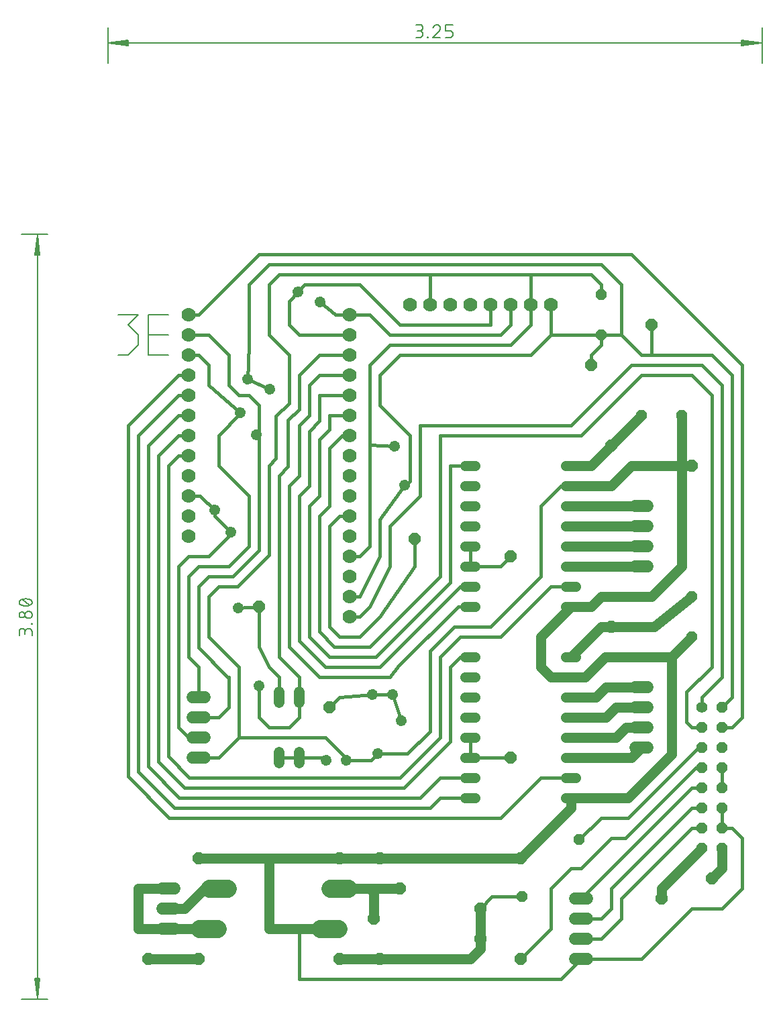
<source format=gbr>
G04 EAGLE Gerber RS-274X export*
G75*
%MOIN*%
%FSLAX34Y34*%
%LPD*%
%INTop Copper*%
%IPPOS*%
%AMOC8*
5,1,8,0,0,1.08239X$1,22.5*%
G01*
%ADD10C,0.005118*%
%ADD11C,0.006000*%
%ADD12C,0.060000*%
%ADD13C,0.051496*%
%ADD14C,0.070000*%
%ADD15P,0.056284X8X82.500000*%
%ADD16P,0.056284X8X97.500000*%
%ADD17P,0.056284X8X22.500000*%
%ADD18P,0.056284X8X292.500000*%
%ADD19P,0.056284X8X127.500000*%
%ADD20P,0.056284X8X112.500000*%
%ADD21P,0.064943X8X22.500000*%
%ADD22P,0.056284X8X257.500000*%
%ADD23P,0.056284X8X77.500000*%
%ADD24C,0.052000*%
%ADD25P,0.056284X8X307.500000*%
%ADD26P,0.056284X8X67.500000*%
%ADD27C,0.088500*%
%ADD28C,0.056000*%
%ADD29P,0.060614X8X292.500000*%
%ADD30C,0.016000*%
%ADD31C,0.050000*%


D10*
X0Y46500D02*
X0Y48268D01*
X32500Y48268D02*
X32500Y46500D01*
X32474Y47500D02*
X26Y47500D01*
X1024Y47626D01*
X1024Y47374D01*
X26Y47500D01*
X1024Y47551D01*
X1024Y47449D02*
X26Y47500D01*
X1024Y47602D01*
X1024Y47398D02*
X26Y47500D01*
X31476Y47626D02*
X32474Y47500D01*
X31476Y47626D02*
X31476Y47374D01*
X32474Y47500D01*
X31476Y47551D01*
X31476Y47449D02*
X32474Y47500D01*
X31476Y47602D01*
X31476Y47398D02*
X32474Y47500D01*
D11*
X15481Y47756D02*
X15303Y47756D01*
X15481Y47756D02*
X15506Y47758D01*
X15531Y47763D01*
X15555Y47772D01*
X15577Y47784D01*
X15598Y47799D01*
X15616Y47817D01*
X15631Y47838D01*
X15643Y47860D01*
X15652Y47884D01*
X15657Y47909D01*
X15659Y47934D01*
X15657Y47959D01*
X15652Y47984D01*
X15643Y48008D01*
X15631Y48030D01*
X15616Y48051D01*
X15598Y48069D01*
X15577Y48084D01*
X15555Y48096D01*
X15531Y48105D01*
X15506Y48110D01*
X15481Y48112D01*
X15516Y48396D02*
X15303Y48396D01*
X15516Y48396D02*
X15538Y48394D01*
X15560Y48389D01*
X15580Y48381D01*
X15599Y48369D01*
X15616Y48354D01*
X15631Y48337D01*
X15643Y48318D01*
X15651Y48298D01*
X15656Y48276D01*
X15658Y48254D01*
X15656Y48232D01*
X15651Y48210D01*
X15643Y48190D01*
X15631Y48171D01*
X15616Y48154D01*
X15599Y48139D01*
X15580Y48127D01*
X15560Y48119D01*
X15538Y48114D01*
X15516Y48112D01*
X15374Y48112D01*
X15894Y47792D02*
X15894Y47756D01*
X15894Y47792D02*
X15929Y47792D01*
X15929Y47756D01*
X15894Y47756D01*
X16520Y48236D02*
X16518Y48259D01*
X16514Y48281D01*
X16506Y48302D01*
X16495Y48323D01*
X16481Y48341D01*
X16465Y48357D01*
X16447Y48371D01*
X16426Y48382D01*
X16405Y48390D01*
X16383Y48394D01*
X16360Y48396D01*
X16360Y48397D02*
X16334Y48395D01*
X16309Y48391D01*
X16284Y48383D01*
X16261Y48371D01*
X16239Y48358D01*
X16219Y48341D01*
X16201Y48322D01*
X16186Y48301D01*
X16174Y48279D01*
X16164Y48254D01*
X16467Y48111D02*
X16482Y48129D01*
X16496Y48148D01*
X16506Y48168D01*
X16514Y48190D01*
X16518Y48213D01*
X16520Y48236D01*
X16467Y48112D02*
X16165Y47756D01*
X16520Y47756D01*
X16780Y47756D02*
X16993Y47756D01*
X17015Y47758D01*
X17037Y47763D01*
X17057Y47771D01*
X17076Y47783D01*
X17093Y47798D01*
X17108Y47815D01*
X17120Y47834D01*
X17128Y47854D01*
X17133Y47876D01*
X17135Y47898D01*
X17136Y47898D02*
X17136Y47970D01*
X17135Y47970D02*
X17133Y47992D01*
X17128Y48014D01*
X17120Y48034D01*
X17108Y48053D01*
X17093Y48070D01*
X17076Y48085D01*
X17057Y48097D01*
X17037Y48105D01*
X17015Y48110D01*
X16993Y48112D01*
X16780Y48112D01*
X16780Y48396D01*
X17136Y48396D01*
D10*
X-3000Y0D02*
X-4268Y0D01*
X-4268Y38000D02*
X-3000Y38000D01*
X-3500Y37974D02*
X-3500Y26D01*
X-3626Y1024D01*
X-3374Y1024D01*
X-3500Y26D01*
X-3551Y1024D01*
X-3449Y1024D02*
X-3500Y26D01*
X-3602Y1024D01*
X-3398Y1024D02*
X-3500Y26D01*
X-3626Y36976D02*
X-3500Y37974D01*
X-3626Y36976D02*
X-3374Y36976D01*
X-3500Y37974D01*
X-3551Y36976D01*
X-3449Y36976D02*
X-3500Y37974D01*
X-3602Y36976D01*
X-3398Y36976D02*
X-3500Y37974D01*
D11*
X-3756Y18231D02*
X-3756Y18053D01*
X-3756Y18231D02*
X-3758Y18256D01*
X-3763Y18281D01*
X-3772Y18305D01*
X-3784Y18327D01*
X-3799Y18348D01*
X-3817Y18366D01*
X-3838Y18381D01*
X-3860Y18393D01*
X-3884Y18402D01*
X-3909Y18407D01*
X-3934Y18409D01*
X-3959Y18407D01*
X-3984Y18402D01*
X-4008Y18393D01*
X-4030Y18381D01*
X-4051Y18366D01*
X-4069Y18348D01*
X-4084Y18327D01*
X-4096Y18305D01*
X-4105Y18281D01*
X-4110Y18256D01*
X-4112Y18231D01*
X-4396Y18266D02*
X-4396Y18053D01*
X-4396Y18266D02*
X-4394Y18288D01*
X-4389Y18310D01*
X-4381Y18330D01*
X-4369Y18349D01*
X-4354Y18366D01*
X-4337Y18381D01*
X-4318Y18393D01*
X-4298Y18401D01*
X-4276Y18406D01*
X-4254Y18408D01*
X-4232Y18406D01*
X-4210Y18401D01*
X-4190Y18393D01*
X-4171Y18381D01*
X-4154Y18366D01*
X-4139Y18349D01*
X-4127Y18330D01*
X-4119Y18310D01*
X-4114Y18288D01*
X-4112Y18266D01*
X-4112Y18124D01*
X-3792Y18644D02*
X-3756Y18644D01*
X-3792Y18644D02*
X-3792Y18679D01*
X-3756Y18679D01*
X-3756Y18644D01*
X-3934Y18914D02*
X-3959Y18916D01*
X-3984Y18921D01*
X-4008Y18930D01*
X-4030Y18942D01*
X-4051Y18957D01*
X-4069Y18975D01*
X-4084Y18996D01*
X-4096Y19018D01*
X-4105Y19042D01*
X-4110Y19067D01*
X-4112Y19092D01*
X-4110Y19117D01*
X-4105Y19142D01*
X-4096Y19166D01*
X-4084Y19188D01*
X-4069Y19209D01*
X-4051Y19227D01*
X-4030Y19242D01*
X-4008Y19254D01*
X-3984Y19263D01*
X-3959Y19268D01*
X-3934Y19270D01*
X-3909Y19268D01*
X-3884Y19263D01*
X-3860Y19254D01*
X-3838Y19242D01*
X-3817Y19227D01*
X-3799Y19209D01*
X-3784Y19188D01*
X-3772Y19166D01*
X-3763Y19142D01*
X-3758Y19117D01*
X-3756Y19092D01*
X-3758Y19067D01*
X-3763Y19042D01*
X-3772Y19018D01*
X-3784Y18996D01*
X-3799Y18975D01*
X-3817Y18957D01*
X-3838Y18942D01*
X-3860Y18930D01*
X-3884Y18921D01*
X-3909Y18916D01*
X-3934Y18914D01*
X-4254Y18950D02*
X-4276Y18952D01*
X-4298Y18957D01*
X-4318Y18965D01*
X-4337Y18977D01*
X-4354Y18992D01*
X-4369Y19009D01*
X-4381Y19028D01*
X-4389Y19048D01*
X-4394Y19070D01*
X-4396Y19092D01*
X-4394Y19114D01*
X-4389Y19136D01*
X-4381Y19156D01*
X-4369Y19175D01*
X-4354Y19192D01*
X-4337Y19207D01*
X-4318Y19219D01*
X-4298Y19227D01*
X-4276Y19232D01*
X-4254Y19234D01*
X-4232Y19232D01*
X-4210Y19227D01*
X-4190Y19219D01*
X-4171Y19207D01*
X-4154Y19192D01*
X-4139Y19175D01*
X-4127Y19156D01*
X-4119Y19136D01*
X-4114Y19114D01*
X-4112Y19092D01*
X-4114Y19070D01*
X-4119Y19048D01*
X-4127Y19028D01*
X-4139Y19009D01*
X-4154Y18992D01*
X-4171Y18977D01*
X-4190Y18965D01*
X-4210Y18957D01*
X-4232Y18952D01*
X-4254Y18950D01*
X-4076Y19530D02*
X-4116Y19532D01*
X-4155Y19536D01*
X-4195Y19543D01*
X-4233Y19554D01*
X-4270Y19567D01*
X-4307Y19583D01*
X-4308Y19583D02*
X-4327Y19591D01*
X-4344Y19602D01*
X-4359Y19616D01*
X-4372Y19631D01*
X-4383Y19649D01*
X-4391Y19668D01*
X-4395Y19688D01*
X-4397Y19708D01*
X-4395Y19728D01*
X-4391Y19748D01*
X-4383Y19767D01*
X-4372Y19785D01*
X-4359Y19800D01*
X-4344Y19814D01*
X-4327Y19825D01*
X-4308Y19833D01*
X-4307Y19832D02*
X-4270Y19848D01*
X-4233Y19861D01*
X-4195Y19872D01*
X-4155Y19879D01*
X-4116Y19883D01*
X-4076Y19885D01*
X-4076Y19530D02*
X-4036Y19532D01*
X-3997Y19536D01*
X-3958Y19543D01*
X-3919Y19554D01*
X-3882Y19567D01*
X-3845Y19583D01*
X-3826Y19591D01*
X-3809Y19602D01*
X-3794Y19616D01*
X-3781Y19631D01*
X-3770Y19649D01*
X-3762Y19668D01*
X-3758Y19688D01*
X-3756Y19708D01*
X-3845Y19832D02*
X-3882Y19848D01*
X-3919Y19861D01*
X-3958Y19872D01*
X-3997Y19879D01*
X-4036Y19883D01*
X-4076Y19885D01*
X-3845Y19833D02*
X-3826Y19825D01*
X-3809Y19814D01*
X-3794Y19800D01*
X-3781Y19785D01*
X-3770Y19767D01*
X-3762Y19748D01*
X-3758Y19728D01*
X-3756Y19708D01*
X-3898Y19566D02*
X-4254Y19850D01*
D12*
X4200Y15000D02*
X4800Y15000D01*
X4800Y14000D02*
X4200Y14000D01*
X4200Y13000D02*
X4800Y13000D01*
X4800Y12000D02*
X4200Y12000D01*
D13*
X17743Y26500D02*
X18257Y26500D01*
X18257Y25500D02*
X17743Y25500D01*
X17743Y24500D02*
X18257Y24500D01*
X18257Y23500D02*
X17743Y23500D01*
X17743Y22500D02*
X18257Y22500D01*
X18257Y21500D02*
X17743Y21500D01*
X17743Y20500D02*
X18257Y20500D01*
X18257Y19500D02*
X17743Y19500D01*
X22743Y19500D02*
X23257Y19500D01*
X23257Y20500D02*
X22743Y20500D01*
X22743Y21500D02*
X23257Y21500D01*
X23257Y22500D02*
X22743Y22500D01*
X22743Y23500D02*
X23257Y23500D01*
X23257Y24500D02*
X22743Y24500D01*
X22743Y25500D02*
X23257Y25500D01*
X23257Y26500D02*
X22743Y26500D01*
X18257Y17000D02*
X17743Y17000D01*
X17743Y16000D02*
X18257Y16000D01*
X18257Y15000D02*
X17743Y15000D01*
X17743Y14000D02*
X18257Y14000D01*
X18257Y13000D02*
X17743Y13000D01*
X17743Y12000D02*
X18257Y12000D01*
X18257Y11000D02*
X17743Y11000D01*
X17743Y10000D02*
X18257Y10000D01*
X22743Y10000D02*
X23257Y10000D01*
X23257Y11000D02*
X22743Y11000D01*
X22743Y12000D02*
X23257Y12000D01*
X23257Y13000D02*
X22743Y13000D01*
X22743Y14000D02*
X23257Y14000D01*
X23257Y15000D02*
X22743Y15000D01*
X22743Y16000D02*
X23257Y16000D01*
X23257Y17000D02*
X22743Y17000D01*
D14*
X12000Y19000D03*
X12000Y20000D03*
X12000Y21000D03*
X12000Y22000D03*
X12000Y23000D03*
X12000Y24000D03*
X12000Y25000D03*
X12000Y26000D03*
X12000Y27000D03*
X12000Y28000D03*
X12000Y29000D03*
X12000Y30000D03*
X12000Y31000D03*
X12000Y32000D03*
X12000Y33000D03*
X12000Y34000D03*
X4000Y34000D03*
X4000Y33000D03*
X4000Y32000D03*
X4000Y31000D03*
X4000Y30000D03*
X4000Y29000D03*
X4000Y28000D03*
X4000Y27000D03*
X4000Y26000D03*
X4000Y25000D03*
X4000Y24000D03*
X4000Y23000D03*
D15*
X8050Y30285D03*
X10550Y34615D03*
X6950Y30785D03*
X9450Y35115D03*
D16*
X5303Y24285D03*
X6597Y29115D03*
X6103Y23185D03*
X7397Y28015D03*
D17*
X26500Y29000D03*
X28500Y29000D03*
D18*
X29000Y20000D03*
X29000Y18000D03*
D19*
X14759Y25534D03*
X14241Y27466D03*
D20*
X24500Y33000D03*
X24500Y35000D03*
D12*
X3300Y5500D02*
X2700Y5500D01*
X2700Y4500D02*
X3300Y4500D01*
X3300Y3500D02*
X2700Y3500D01*
X26200Y12500D02*
X26800Y12500D01*
X26800Y13500D02*
X26200Y13500D01*
X26200Y14500D02*
X26800Y14500D01*
X26800Y15500D02*
X26200Y15500D01*
D21*
X4500Y7000D03*
X4500Y2000D03*
X11500Y7000D03*
X11500Y2000D03*
X13500Y7000D03*
X13500Y2000D03*
X20500Y7000D03*
X20500Y2000D03*
D22*
X13147Y15138D03*
X10853Y11862D03*
D23*
X11853Y11862D03*
X14147Y15138D03*
X13426Y12181D03*
X14574Y13819D03*
D24*
X8500Y12260D02*
X8500Y11740D01*
X9500Y11740D02*
X9500Y12260D01*
X9500Y14740D02*
X9500Y15260D01*
X8500Y15260D02*
X8500Y14740D01*
D25*
X6482Y19432D03*
X7518Y15568D03*
D12*
X23200Y5000D02*
X23800Y5000D01*
X23800Y4000D02*
X23200Y4000D01*
X23200Y3000D02*
X23800Y3000D01*
X23800Y2000D02*
X23200Y2000D01*
X26200Y21500D02*
X26800Y21500D01*
X26800Y22500D02*
X26200Y22500D01*
X26200Y23500D02*
X26800Y23500D01*
X26800Y24500D02*
X26200Y24500D01*
D21*
X15250Y22850D03*
X11000Y14500D03*
X13200Y4000D03*
X7500Y19500D03*
X20000Y22000D03*
X20000Y12000D03*
X24000Y31500D03*
X27000Y33500D03*
D26*
X20586Y5086D03*
X23414Y7914D03*
D21*
X14500Y5500D03*
X30000Y6000D03*
X2000Y2000D03*
X27500Y5000D03*
X18500Y4500D03*
X18500Y3000D03*
X25000Y18500D03*
X25000Y27500D03*
X29000Y26500D03*
D27*
X11943Y5500D02*
X11058Y5500D01*
X5943Y5500D02*
X5058Y5500D01*
X5443Y3500D02*
X4558Y3500D01*
X10558Y3500D02*
X11443Y3500D01*
D28*
X29500Y14500D03*
D29*
X30500Y14500D03*
X29500Y13500D03*
X30500Y13500D03*
X29500Y12500D03*
X30500Y12500D03*
X29500Y11500D03*
X30500Y11500D03*
X29500Y10500D03*
X30500Y10500D03*
X29500Y9500D03*
X30500Y9500D03*
X29500Y8500D03*
X30500Y8500D03*
X29500Y7500D03*
X30500Y7500D03*
D14*
X19000Y34500D03*
X18000Y34500D03*
X20000Y34500D03*
X21000Y34500D03*
X22000Y34500D03*
X17000Y34500D03*
X16000Y34500D03*
X15000Y34500D03*
D30*
X4000Y30000D02*
X3500Y30000D01*
X1500Y28000D01*
X16500Y10000D02*
X18000Y10000D01*
X16500Y10000D02*
X16000Y9500D01*
X1500Y11300D02*
X1500Y28000D01*
X3300Y9500D02*
X16000Y9500D01*
X3300Y9500D02*
X1500Y11300D01*
X22000Y33000D02*
X24500Y33000D01*
X25500Y33000D01*
X25500Y35500D01*
X24500Y36500D02*
X8000Y36500D01*
X7000Y35500D02*
X7000Y32500D01*
X6950Y30785D02*
X6946Y30756D01*
X14500Y32000D02*
X21000Y32000D01*
X22000Y33000D01*
X15000Y28000D02*
X13500Y29500D01*
X15000Y28000D02*
X15000Y25729D01*
X14759Y25534D01*
X13500Y29500D02*
X13500Y31000D01*
X24500Y36500D02*
X25500Y35500D01*
X24500Y33000D02*
X24500Y32500D01*
X24000Y32000D01*
X24000Y31500D01*
X27000Y32000D02*
X27000Y33500D01*
X27000Y32000D02*
X26500Y32000D01*
X27000Y32000D02*
X30000Y32000D01*
X26500Y32000D02*
X25500Y33000D01*
X30000Y32000D02*
X31000Y31000D01*
X12500Y20000D02*
X12000Y20000D01*
X12500Y20000D02*
X13500Y22000D01*
X13500Y23819D01*
X14759Y25534D01*
X6946Y30756D02*
X7000Y32500D01*
X6950Y30785D02*
X8050Y30285D01*
X30500Y14500D02*
X31000Y15000D01*
X31000Y31000D01*
X8000Y36500D02*
X7000Y35500D01*
X13500Y31000D02*
X14500Y32000D01*
X22000Y33000D02*
X22000Y34500D01*
X13500Y16500D02*
X10800Y16500D01*
X9500Y17800D02*
X9500Y25000D01*
X9500Y17800D02*
X10800Y16500D01*
X17500Y20500D02*
X18000Y20500D01*
X17500Y20500D02*
X13500Y16500D01*
X12000Y30000D02*
X10525Y30000D01*
X10525Y28725D01*
X10000Y28200D01*
X10000Y25500D02*
X9500Y25000D01*
X10000Y25500D02*
X10000Y28200D01*
X4500Y34000D02*
X7500Y37000D01*
X4500Y34000D02*
X4000Y34000D01*
X7500Y37000D02*
X26000Y37000D01*
X31500Y31500D01*
X31500Y14000D02*
X31000Y13500D01*
X31500Y14000D02*
X31500Y31500D01*
X31000Y13500D02*
X30500Y13500D01*
X19500Y33000D02*
X14000Y33000D01*
X13000Y34000D01*
X12000Y34000D01*
X11300Y34000D01*
X10550Y34615D01*
X19500Y33000D02*
X20000Y33500D01*
X20000Y34500D01*
X19000Y33500D02*
X14500Y33500D01*
X12500Y35500D01*
X9796Y35500D01*
X9450Y35115D01*
X9000Y34665D01*
X9000Y33500D02*
X9500Y33000D01*
X12000Y33000D01*
X9000Y33500D02*
X9000Y34665D01*
X19000Y34500D02*
X19000Y33500D01*
X4500Y13000D02*
X4000Y13000D01*
X3500Y13500D02*
X3500Y21500D01*
X4000Y22000D02*
X5000Y22000D01*
X4000Y22000D02*
X3500Y21500D01*
X3500Y13500D02*
X4000Y13000D01*
X5303Y24285D02*
X4588Y25000D01*
X4000Y25000D01*
X5303Y24285D02*
X5303Y23985D01*
X6103Y23185D01*
X6103Y23103D02*
X5000Y22000D01*
X6103Y23103D02*
X6103Y23185D01*
X4500Y32000D02*
X4000Y32000D01*
X5000Y30496D02*
X6597Y29115D01*
X5000Y31500D02*
X4500Y32000D01*
X5000Y31500D02*
X5000Y30496D01*
X7000Y22500D02*
X6000Y21500D01*
X7000Y22500D02*
X7000Y25000D01*
X6000Y21500D02*
X4500Y21500D01*
X4000Y21000D02*
X4000Y17000D01*
X4500Y16500D01*
X4500Y15000D01*
X4000Y21000D02*
X4500Y21500D01*
X5500Y26500D02*
X5500Y28000D01*
X6597Y29097D01*
X6597Y29115D01*
X5500Y26500D02*
X7000Y25000D01*
X4000Y29000D02*
X3500Y29000D01*
X2000Y27500D01*
X16500Y11000D02*
X18000Y11000D01*
X16500Y11000D02*
X15500Y10000D01*
X3550Y10000D01*
X2000Y11550D02*
X2000Y27500D01*
X2000Y11550D02*
X3550Y10000D01*
X4000Y33000D02*
X5000Y33000D01*
X6000Y32000D01*
X7500Y22300D02*
X6200Y21000D01*
X6000Y30500D02*
X6000Y32000D01*
X6200Y21000D02*
X5000Y21000D01*
X4500Y20500D02*
X4500Y17450D01*
X4500Y14000D02*
X5500Y14000D01*
X6000Y14500D02*
X6000Y16000D01*
X5950Y16000D01*
X4500Y17450D01*
X4500Y20500D02*
X5000Y21000D01*
X6000Y14500D02*
X5500Y14000D01*
X7500Y28000D02*
X7485Y28015D01*
X7397Y28015D01*
X7500Y28000D02*
X7500Y22300D01*
X6500Y30000D02*
X6000Y30500D01*
X6500Y30000D02*
X7000Y30000D01*
X7500Y29500D01*
X7500Y28000D01*
X8500Y12000D02*
X9500Y12000D01*
X10853Y11862D02*
X10885Y12000D01*
X9500Y12000D01*
X15500Y28500D02*
X23000Y28500D01*
X26000Y31500D01*
X29500Y31500D01*
X30500Y30500D01*
X12500Y19000D02*
X12000Y19000D01*
X12500Y19000D02*
X13000Y19500D01*
X14000Y21500D01*
X14000Y23500D01*
X15500Y25000D02*
X15500Y28500D01*
X15500Y25000D02*
X14000Y23500D01*
X29500Y15000D02*
X30500Y16000D01*
X30500Y30500D01*
X29500Y15000D02*
X29500Y14500D01*
X9000Y17500D02*
X9000Y25500D01*
X9500Y28500D02*
X10000Y29000D01*
X9000Y17500D02*
X10500Y16000D01*
X17400Y19500D02*
X18000Y19500D01*
X17400Y19500D02*
X14450Y16550D01*
X14000Y16000D01*
X10500Y16000D01*
X10000Y29000D02*
X10000Y30500D01*
X10500Y31000D02*
X12000Y31000D01*
X9500Y26000D02*
X9000Y25500D01*
X9500Y26000D02*
X9500Y28500D01*
X10000Y30500D02*
X10500Y31000D01*
X18000Y22500D02*
X18000Y21500D01*
X19500Y21500D02*
X20000Y22000D01*
X19500Y21500D02*
X18000Y21500D01*
X18000Y13000D02*
X18000Y12000D01*
X20000Y12000D01*
D31*
X25750Y13500D02*
X26500Y13500D01*
X25750Y13500D02*
X25250Y13000D01*
X23000Y13000D01*
X26000Y12000D02*
X26500Y12500D01*
X26000Y12000D02*
X23000Y12000D01*
X23000Y24500D02*
X26500Y24500D01*
X26500Y23500D02*
X23000Y23500D01*
X23000Y22500D02*
X26500Y22500D01*
X26500Y21500D02*
X23000Y21500D01*
D30*
X23500Y4000D02*
X24500Y4000D01*
X25000Y4500D01*
X25000Y5500D01*
X29000Y9500D01*
X29500Y9500D01*
X24500Y3000D02*
X23500Y3000D01*
X24500Y3000D02*
X25500Y4000D01*
X25500Y5000D01*
X29000Y8500D01*
X29500Y8500D01*
D31*
X26500Y15500D02*
X24750Y15500D01*
X24250Y15000D01*
X23000Y15000D01*
X25250Y14500D02*
X26500Y14500D01*
X25250Y14500D02*
X24750Y14000D01*
X23000Y14000D01*
D30*
X12000Y32000D02*
X10500Y32000D01*
X9500Y31000D02*
X9500Y29300D01*
X8950Y28750D01*
X8500Y26000D02*
X8500Y17000D01*
X9500Y15000D02*
X9500Y14000D01*
X9500Y16000D02*
X8500Y17000D01*
X9500Y16000D02*
X9500Y15000D01*
X9500Y31000D02*
X10500Y32000D01*
X7518Y15568D02*
X7504Y14000D01*
X8000Y13500D02*
X9000Y13500D01*
X7504Y13996D02*
X7504Y14000D01*
X7504Y13996D02*
X8000Y13500D01*
X9000Y13500D02*
X9500Y14000D01*
X8950Y26450D02*
X8950Y28750D01*
X8950Y26450D02*
X8500Y26000D01*
X13147Y15138D02*
X14147Y15138D01*
X14574Y13819D01*
X11500Y15000D02*
X11000Y14500D01*
X11500Y15000D02*
X13147Y15138D01*
X11250Y17500D02*
X10500Y18250D01*
X11250Y17500D02*
X13000Y17500D01*
X16500Y28000D02*
X23500Y28000D01*
X16500Y21000D02*
X13000Y17500D01*
X28750Y13750D02*
X29000Y13500D01*
X28750Y13750D02*
X28750Y15250D01*
X16500Y21000D02*
X16500Y28000D01*
X28750Y15250D02*
X30000Y16500D01*
X23500Y28000D02*
X26500Y31000D01*
X29000Y31000D01*
X30000Y30000D01*
X30000Y16500D01*
X29500Y13500D02*
X29000Y13500D01*
X12000Y28000D02*
X11650Y28000D01*
X11000Y27350D01*
X10500Y24000D02*
X10500Y18250D01*
X10500Y24000D02*
X11000Y24500D01*
X11000Y27350D01*
X15250Y22850D02*
X15250Y21500D01*
X11500Y18000D02*
X11000Y18500D01*
X11500Y18000D02*
X12500Y18000D01*
X13500Y19000D01*
X15250Y21500D01*
X12000Y24000D02*
X11500Y24000D01*
X11000Y23500D01*
X11000Y18500D01*
X8000Y16500D02*
X7500Y17500D01*
X7500Y19500D01*
X6482Y19432D01*
X8500Y16000D02*
X8500Y15000D01*
X8500Y16000D02*
X8000Y16500D01*
X4000Y31000D02*
X3500Y31000D01*
X1000Y28500D01*
X19500Y9000D02*
X21500Y11000D01*
X23000Y11000D01*
X3050Y9000D02*
X1000Y11050D01*
X3050Y9000D02*
X19500Y9000D01*
X1000Y11050D02*
X1000Y28500D01*
X25700Y8000D02*
X29200Y11500D01*
X25000Y8000D02*
X23500Y6500D01*
X25000Y8000D02*
X25700Y8000D01*
X22000Y3500D02*
X20500Y2000D01*
X22000Y3500D02*
X22000Y5500D01*
X23000Y6500D02*
X23500Y6500D01*
X23000Y6500D02*
X22000Y5500D01*
X29200Y11500D02*
X29500Y11500D01*
X4000Y27000D02*
X3500Y27000D01*
X3000Y26500D01*
X3000Y12050D02*
X4050Y11000D01*
X16500Y17000D02*
X17500Y18000D01*
X19500Y18000D01*
X22000Y20500D01*
X14500Y11000D02*
X4050Y11000D01*
X16500Y13000D02*
X16500Y17000D01*
X16500Y13000D02*
X14500Y11000D01*
X3000Y12050D02*
X3000Y26500D01*
X22000Y20500D02*
X23000Y20500D01*
X4000Y28000D02*
X3500Y28000D01*
X2500Y27000D01*
X2500Y11800D01*
X3800Y10500D01*
X14700Y10500D01*
X17000Y12800D01*
X17000Y16500D01*
X17500Y17000D02*
X18000Y17000D01*
X17500Y17000D02*
X17000Y16500D01*
X13300Y17000D02*
X11000Y17000D01*
X13300Y17000D02*
X17000Y20700D01*
X11000Y17000D02*
X10000Y18000D01*
X17000Y26500D02*
X18000Y26500D01*
X17000Y26500D02*
X17000Y20700D01*
X10000Y18000D02*
X10000Y24500D01*
X10500Y27800D02*
X11000Y28300D01*
X10500Y27800D02*
X10500Y25000D01*
X10000Y24500D01*
X11000Y29000D02*
X12000Y29000D01*
X11000Y29000D02*
X11000Y28300D01*
D31*
X4500Y2000D02*
X2000Y2000D01*
X30000Y6000D02*
X30500Y6500D01*
X30500Y7500D01*
X27500Y5500D02*
X27500Y5000D01*
X27500Y5500D02*
X29500Y7500D01*
D30*
X30500Y10500D02*
X30500Y11500D01*
D31*
X13500Y2000D02*
X11500Y2000D01*
X18500Y3000D02*
X18500Y4500D01*
X18500Y3000D02*
X18500Y2500D01*
X18000Y2000D02*
X13500Y2000D01*
D30*
X18500Y4500D02*
X19086Y5086D01*
X20586Y5086D01*
D31*
X18500Y2500D02*
X18000Y2000D01*
X27154Y18500D02*
X29000Y20000D01*
X27154Y18500D02*
X25000Y18500D01*
X24500Y18500D02*
X23000Y17000D01*
X24500Y18500D02*
X25000Y18500D01*
X24000Y26500D02*
X23000Y26500D01*
X24000Y26500D02*
X25000Y27500D01*
X26500Y29000D01*
X3800Y4500D02*
X3000Y4500D01*
X4800Y5500D02*
X5500Y5500D01*
X4800Y5500D02*
X3800Y4500D01*
X1500Y5500D02*
X1500Y3500D01*
X3000Y3500D01*
X3000Y5500D02*
X1500Y5500D01*
X3000Y3500D02*
X5000Y3500D01*
X11500Y5500D02*
X13000Y5500D01*
X14500Y5500D01*
X13200Y5300D02*
X13200Y4000D01*
X13200Y5300D02*
X13000Y5500D01*
D30*
X23500Y5000D02*
X29000Y10500D01*
X29500Y10500D01*
X24500Y9000D02*
X23414Y7914D01*
X24500Y9000D02*
X25850Y9000D01*
X29350Y12500D01*
X29500Y12500D01*
X13426Y12181D02*
X13096Y11850D01*
X11865Y11850D01*
D31*
X22000Y16000D02*
X23000Y16000D01*
D30*
X19000Y18500D02*
X17200Y18500D01*
X16000Y17300D01*
X16000Y13300D01*
D31*
X21500Y16500D02*
X21500Y18000D01*
X28500Y21500D02*
X28500Y26500D01*
D30*
X24500Y35000D02*
X24500Y35500D01*
X20000Y32500D02*
X14000Y32500D01*
X13000Y31500D02*
X13000Y27523D01*
X24000Y36000D02*
X24500Y35500D01*
X24000Y36000D02*
X21000Y36000D01*
X16000Y36000D01*
X8500Y36000D01*
X8000Y35500D01*
X8000Y33000D01*
X9000Y32000D01*
X8000Y26500D02*
X8000Y22050D01*
X8350Y28950D02*
X9000Y29600D01*
X8000Y22050D02*
X6450Y20500D01*
D31*
X23000Y19500D02*
X24000Y19500D01*
D30*
X21500Y21000D02*
X19000Y18500D01*
X21500Y21000D02*
X21500Y24500D01*
D31*
X23000Y16000D02*
X23700Y16000D01*
D30*
X14241Y27466D02*
X13000Y27523D01*
D31*
X24500Y20000D02*
X27000Y20000D01*
X25000Y25500D02*
X23000Y25500D01*
X24700Y17000D02*
X23700Y16000D01*
X24000Y19500D02*
X24500Y20000D01*
X23000Y19500D02*
X21500Y18000D01*
D30*
X9500Y3500D02*
X9500Y1000D01*
X22500Y1000D01*
X23500Y2000D01*
X31000Y8500D02*
X31500Y8000D01*
X26500Y2000D02*
X23500Y2000D01*
X12500Y22000D02*
X12000Y22000D01*
X12500Y22000D02*
X13000Y22500D01*
X13000Y27523D01*
X9000Y29600D02*
X9000Y32000D01*
X5500Y12000D02*
X4500Y12000D01*
X5500Y20500D02*
X6450Y20500D01*
X5000Y20000D02*
X5000Y18000D01*
X6500Y16500D02*
X6500Y13000D01*
X29000Y4500D02*
X30500Y4500D01*
X31500Y5500D02*
X31500Y8000D01*
X29000Y4500D02*
X26500Y2000D01*
D31*
X8000Y3500D02*
X8000Y7000D01*
D30*
X6500Y13000D02*
X10800Y13000D01*
X6500Y13000D02*
X5500Y12000D01*
X6500Y16500D02*
X5000Y18000D01*
X5000Y20000D02*
X5500Y20500D01*
X10800Y13000D02*
X11853Y11947D01*
X22500Y25500D02*
X23000Y25500D01*
D31*
X28500Y26500D02*
X29000Y26500D01*
X28500Y21500D02*
X27000Y20000D01*
X28000Y17000D02*
X28000Y12150D01*
X28000Y17000D02*
X29000Y18000D01*
X28000Y17000D02*
X24700Y17000D01*
X25000Y25500D02*
X26000Y26500D01*
X28500Y26500D01*
X28500Y29000D01*
X25850Y10000D02*
X23000Y10000D01*
X25850Y10000D02*
X28000Y12150D01*
D30*
X30500Y8500D02*
X31000Y8500D01*
X30500Y8500D02*
X30500Y9500D01*
X31500Y5500D02*
X30500Y4500D01*
X8350Y26850D02*
X8350Y28950D01*
X8350Y26850D02*
X8000Y26500D01*
X13000Y31500D02*
X14000Y32500D01*
D31*
X23000Y9500D02*
X20500Y7000D01*
X23000Y9500D02*
X23000Y10000D01*
D30*
X16000Y13300D02*
X14881Y12181D01*
X21500Y24500D02*
X22500Y25500D01*
D31*
X21500Y16500D02*
X22000Y16000D01*
X8000Y7000D02*
X4500Y7000D01*
X8000Y7000D02*
X11500Y7000D01*
X13500Y7000D01*
X20500Y7000D01*
X9500Y3500D02*
X8000Y3500D01*
X9500Y3500D02*
X11000Y3500D01*
D11*
X11865Y11850D02*
X11853Y11862D01*
D30*
X11853Y11947D01*
X13426Y12181D02*
X14881Y12181D01*
X21000Y33500D02*
X21000Y34500D01*
X21000Y36000D01*
X16000Y36000D02*
X16000Y34500D01*
X20000Y32500D02*
X21000Y33500D01*
D11*
X2000Y33000D02*
X2000Y32000D01*
X2000Y33000D02*
X2000Y34000D01*
X3000Y34000D01*
X3000Y33000D02*
X2000Y33000D01*
X2000Y32000D02*
X3000Y32000D01*
X1500Y34000D02*
X500Y34000D01*
X1000Y33500D02*
X1500Y34000D01*
X1000Y33500D02*
X1500Y33000D01*
X1500Y32500D01*
X1000Y32000D01*
X500Y32000D01*
M02*

</source>
